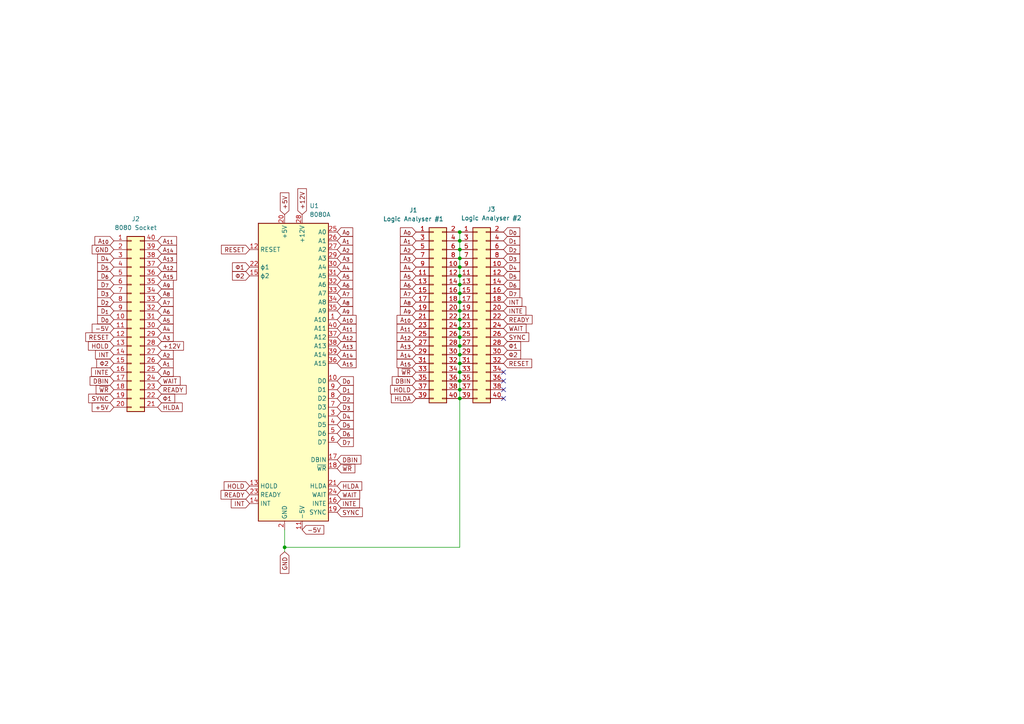
<source format=kicad_sch>
(kicad_sch (version 20250114) (generator "eeschema") (generator_version "9.0")
  (paper "A4")
  (title_block (title "8080 CPU Breakout Board for Logic Analysers") (date "26/SEPT/2025") (rev "A") (company "Brett Hallen") (comment 1 "www,youtube.com/@Brfff"))
  (lib_symbols
    (symbol "Connector_Generic:Conn_02x20_Counter_Clockwise" (pin_names (offset 1.016) (hide yes))
      (property "Reference" "J" (at 1.27 25.4 0))
      (property "Value" "Conn_02x20_Counter_Clockwise" (at 1.27 -27.94 0))
      (symbol "Conn_02x20_Counter_Clockwise_1_1"
        (rectangle (start -1.27 24.13) (end 3.81 -26.67) (stroke (width 0.254)) (fill (type background)))
        (rectangle (start -1.27 22.987) (end 0 22.733) (stroke (width 0.1524)))
        (rectangle (start -1.27 20.447) (end 0 20.193) (stroke (width 0.1524)))
        (rectangle (start -1.27 17.907) (end 0 17.653) (stroke (width 0.1524)))
        (rectangle (start -1.27 15.367) (end 0 15.113) (stroke (width 0.1524)))
        (rectangle (start -1.27 12.827) (end 0 12.573) (stroke (width 0.1524)))
        (rectangle (start -1.27 10.287) (end 0 10.033) (stroke (width 0.1524)))
        (rectangle (start -1.27 7.747) (end 0 7.493) (stroke (width 0.1524)))
        (rectangle (start -1.27 5.207) (end 0 4.953) (stroke (width 0.1524)))
        (rectangle (start -1.27 2.667) (end 0 2.413) (stroke (width 0.1524)))
        (rectangle (start -1.27 0.127) (end 0 -0.127) (stroke (width 0.1524)))
        (rectangle (start -1.27 -2.413) (end 0 -2.667) (stroke (width 0.1524)))
        (rectangle (start -1.27 -4.953) (end 0 -5.207) (stroke (width 0.1524)))
        (rectangle (start -1.27 -7.493) (end 0 -7.747) (stroke (width 0.1524)))
        (rectangle (start -1.27 -10.033) (end 0 -10.287) (stroke (width 0.1524)))
        (rectangle (start -1.27 -12.573) (end 0 -12.827) (stroke (width 0.1524)))
        (rectangle (start -1.27 -15.113) (end 0 -15.367) (stroke (width 0.1524)))
        (rectangle (start -1.27 -17.653) (end 0 -17.907) (stroke (width 0.1524)))
        (rectangle (start -1.27 -20.193) (end 0 -20.447) (stroke (width 0.1524)))
        (rectangle (start -1.27 -22.733) (end 0 -22.987) (stroke (width 0.1524)))
        (rectangle (start -1.27 -25.273) (end 0 -25.527) (stroke (width 0.1524)))
        (rectangle (start 3.81 22.987) (end 2.54 22.733) (stroke (width 0.1524)))
        (rectangle (start 3.81 20.447) (end 2.54 20.193) (stroke (width 0.1524)))
        (rectangle (start 3.81 17.907) (end 2.54 17.653) (stroke (width 0.1524)))
        (rectangle (start 3.81 15.367) (end 2.54 15.113) (stroke (width 0.1524)))
        (rectangle (start 3.81 12.827) (end 2.54 12.573) (stroke (width 0.1524)))
        (rectangle (start 3.81 10.287) (end 2.54 10.033) (stroke (width 0.1524)))
        (rectangle (start 3.81 7.747) (end 2.54 7.493) (stroke (width 0.1524)))
        (rectangle (start 3.81 5.207) (end 2.54 4.953) (stroke (width 0.1524)))
        (rectangle (start 3.81 2.667) (end 2.54 2.413) (stroke (width 0.1524)))
        (rectangle (start 3.81 0.127) (end 2.54 -0.127) (stroke (width 0.1524)))
        (rectangle (start 3.81 -2.413) (end 2.54 -2.667) (stroke (width 0.1524)))
        (rectangle (start 3.81 -4.953) (end 2.54 -5.207) (stroke (width 0.1524)))
        (rectangle (start 3.81 -7.493) (end 2.54 -7.747) (stroke (width 0.1524)))
        (rectangle (start 3.81 -10.033) (end 2.54 -10.287) (stroke (width 0.1524)))
        (rectangle (start 3.81 -12.573) (end 2.54 -12.827) (stroke (width 0.1524)))
        (rectangle (start 3.81 -15.113) (end 2.54 -15.367) (stroke (width 0.1524)))
        (rectangle (start 3.81 -17.653) (end 2.54 -17.907) (stroke (width 0.1524)))
        (rectangle (start 3.81 -20.193) (end 2.54 -20.447) (stroke (width 0.1524)))
        (rectangle (start 3.81 -22.733) (end 2.54 -22.987) (stroke (width 0.1524)))
        (rectangle (start 3.81 -25.273) (end 2.54 -25.527) (stroke (width 0.1524)))
        (pin passive line (at -5.08 22.86 0) (length 3.81) (name "Pin_1") (number "1"))
        (pin passive line (at -5.08 20.32 0) (length 3.81) (name "Pin_2") (number "2"))
        (pin passive line (at -5.08 17.78 0) (length 3.81) (name "Pin_3") (number "3"))
        (pin passive line (at -5.08 15.24 0) (length 3.81) (name "Pin_4") (number "4"))
        (pin passive line (at -5.08 12.7 0) (length 3.81) (name "Pin_5") (number "5"))
        (pin passive line (at -5.08 10.16 0) (length 3.81) (name "Pin_6") (number "6"))
        (pin passive line (at -5.08 7.62 0) (length 3.81) (name "Pin_7") (number "7"))
        (pin passive line (at -5.08 5.08 0) (length 3.81) (name "Pin_8") (number "8"))
        (pin passive line (at -5.08 2.54 0) (length 3.81) (name "Pin_9") (number "9"))
        (pin passive line (at -5.08 0 0) (length 3.81) (name "Pin_10") (number "10"))
        (pin passive line (at -5.08 -2.54 0) (length 3.81) (name "Pin_11") (number "11"))
        (pin passive line (at -5.08 -5.08 0) (length 3.81) (name "Pin_12") (number "12"))
        (pin passive line (at -5.08 -7.62 0) (length 3.81) (name "Pin_13") (number "13"))
        (pin passive line (at -5.08 -10.16 0) (length 3.81) (name "Pin_14") (number "14"))
        (pin passive line (at -5.08 -12.7 0) (length 3.81) (name "Pin_15") (number "15"))
        (pin passive line (at -5.08 -15.24 0) (length 3.81) (name "Pin_16") (number "16"))
        (pin passive line (at -5.08 -17.78 0) (length 3.81) (name "Pin_17") (number "17"))
        (pin passive line (at -5.08 -20.32 0) (length 3.81) (name "Pin_18") (number "18"))
        (pin passive line (at -5.08 -22.86 0) (length 3.81) (name "Pin_19") (number "19"))
        (pin passive line (at -5.08 -25.4 0) (length 3.81) (name "Pin_20") (number "20"))
        (pin passive line (at 7.62 22.86 180) (length 3.81) (name "Pin_40") (number "40"))
        (pin passive line (at 7.62 20.32 180) (length 3.81) (name "Pin_39") (number "39"))
        (pin passive line (at 7.62 17.78 180) (length 3.81) (name "Pin_38") (number "38"))
        (pin passive line (at 7.62 15.24 180) (length 3.81) (name "Pin_37") (number "37"))
        (pin passive line (at 7.62 12.7 180) (length 3.81) (name "Pin_36") (number "36"))
        (pin passive line (at 7.62 10.16 180) (length 3.81) (name "Pin_35") (number "35"))
        (pin passive line (at 7.62 7.62 180) (length 3.81) (name "Pin_34") (number "34"))
        (pin passive line (at 7.62 5.08 180) (length 3.81) (name "Pin_33") (number "33"))
        (pin passive line (at 7.62 2.54 180) (length 3.81) (name "Pin_32") (number "32"))
        (pin passive line (at 7.62 0 180) (length 3.81) (name "Pin_31") (number "31"))
        (pin passive line (at 7.62 -2.54 180) (length 3.81) (name "Pin_30") (number "30"))
        (pin passive line (at 7.62 -5.08 180) (length 3.81) (name "Pin_29") (number "29"))
        (pin passive line (at 7.62 -7.62 180) (length 3.81) (name "Pin_28") (number "28"))
        (pin passive line (at 7.62 -10.16 180) (length 3.81) (name "Pin_27") (number "27"))
        (pin passive line (at 7.62 -12.7 180) (length 3.81) (name "Pin_26") (number "26"))
        (pin passive line (at 7.62 -15.24 180) (length 3.81) (name "Pin_25") (number "25"))
        (pin passive line (at 7.62 -17.78 180) (length 3.81) (name "Pin_24") (number "24"))
        (pin passive line (at 7.62 -20.32 180) (length 3.81) (name "Pin_23") (number "23"))
        (pin passive line (at 7.62 -22.86 180) (length 3.81) (name "Pin_22") (number "22"))
        (pin passive line (at 7.62 -25.4 180) (length 3.81) (name "Pin_21") (number "21"))
      )
    )
    (symbol "Connector_Generic:Conn_02x20_Odd_Even" (pin_names (offset 1.016) (hide yes))
      (property "Reference" "J" (at 1.27 25.4 0))
      (property "Value" "Conn_02x20_Odd_Even" (at 1.27 -27.94 0))
      (symbol "Conn_02x20_Odd_Even_1_1"
        (rectangle (start -1.27 24.13) (end 3.81 -26.67) (stroke (width 0.254)) (fill (type background)))
        (rectangle (start -1.27 22.987) (end 0 22.733) (stroke (width 0.1524)))
        (rectangle (start -1.27 20.447) (end 0 20.193) (stroke (width 0.1524)))
        (rectangle (start -1.27 17.907) (end 0 17.653) (stroke (width 0.1524)))
        (rectangle (start -1.27 15.367) (end 0 15.113) (stroke (width 0.1524)))
        (rectangle (start -1.27 12.827) (end 0 12.573) (stroke (width 0.1524)))
        (rectangle (start -1.27 10.287) (end 0 10.033) (stroke (width 0.1524)))
        (rectangle (start -1.27 7.747) (end 0 7.493) (stroke (width 0.1524)))
        (rectangle (start -1.27 5.207) (end 0 4.953) (stroke (width 0.1524)))
        (rectangle (start -1.27 2.667) (end 0 2.413) (stroke (width 0.1524)))
        (rectangle (start -1.27 0.127) (end 0 -0.127) (stroke (width 0.1524)))
        (rectangle (start -1.27 -2.413) (end 0 -2.667) (stroke (width 0.1524)))
        (rectangle (start -1.27 -4.953) (end 0 -5.207) (stroke (width 0.1524)))
        (rectangle (start -1.27 -7.493) (end 0 -7.747) (stroke (width 0.1524)))
        (rectangle (start -1.27 -10.033) (end 0 -10.287) (stroke (width 0.1524)))
        (rectangle (start -1.27 -12.573) (end 0 -12.827) (stroke (width 0.1524)))
        (rectangle (start -1.27 -15.113) (end 0 -15.367) (stroke (width 0.1524)))
        (rectangle (start -1.27 -17.653) (end 0 -17.907) (stroke (width 0.1524)))
        (rectangle (start -1.27 -20.193) (end 0 -20.447) (stroke (width 0.1524)))
        (rectangle (start -1.27 -22.733) (end 0 -22.987) (stroke (width 0.1524)))
        (rectangle (start -1.27 -25.273) (end 0 -25.527) (stroke (width 0.1524)))
        (rectangle (start 3.81 22.987) (end 2.54 22.733) (stroke (width 0.1524)))
        (rectangle (start 3.81 20.447) (end 2.54 20.193) (stroke (width 0.1524)))
        (rectangle (start 3.81 17.907) (end 2.54 17.653) (stroke (width 0.1524)))
        (rectangle (start 3.81 15.367) (end 2.54 15.113) (stroke (width 0.1524)))
        (rectangle (start 3.81 12.827) (end 2.54 12.573) (stroke (width 0.1524)))
        (rectangle (start 3.81 10.287) (end 2.54 10.033) (stroke (width 0.1524)))
        (rectangle (start 3.81 7.747) (end 2.54 7.493) (stroke (width 0.1524)))
        (rectangle (start 3.81 5.207) (end 2.54 4.953) (stroke (width 0.1524)))
        (rectangle (start 3.81 2.667) (end 2.54 2.413) (stroke (width 0.1524)))
        (rectangle (start 3.81 0.127) (end 2.54 -0.127) (stroke (width 0.1524)))
        (rectangle (start 3.81 -2.413) (end 2.54 -2.667) (stroke (width 0.1524)))
        (rectangle (start 3.81 -4.953) (end 2.54 -5.207) (stroke (width 0.1524)))
        (rectangle (start 3.81 -7.493) (end 2.54 -7.747) (stroke (width 0.1524)))
        (rectangle (start 3.81 -10.033) (end 2.54 -10.287) (stroke (width 0.1524)))
        (rectangle (start 3.81 -12.573) (end 2.54 -12.827) (stroke (width 0.1524)))
        (rectangle (start 3.81 -15.113) (end 2.54 -15.367) (stroke (width 0.1524)))
        (rectangle (start 3.81 -17.653) (end 2.54 -17.907) (stroke (width 0.1524)))
        (rectangle (start 3.81 -20.193) (end 2.54 -20.447) (stroke (width 0.1524)))
        (rectangle (start 3.81 -22.733) (end 2.54 -22.987) (stroke (width 0.1524)))
        (rectangle (start 3.81 -25.273) (end 2.54 -25.527) (stroke (width 0.1524)))
        (pin passive line (at -5.08 22.86 0) (length 3.81) (name "Pin_1") (number "1"))
        (pin passive line (at -5.08 20.32 0) (length 3.81) (name "Pin_3") (number "3"))
        (pin passive line (at -5.08 17.78 0) (length 3.81) (name "Pin_5") (number "5"))
        (pin passive line (at -5.08 15.24 0) (length 3.81) (name "Pin_7") (number "7"))
        (pin passive line (at -5.08 12.7 0) (length 3.81) (name "Pin_9") (number "9"))
        (pin passive line (at -5.08 10.16 0) (length 3.81) (name "Pin_11") (number "11"))
        (pin passive line (at -5.08 7.62 0) (length 3.81) (name "Pin_13") (number "13"))
        (pin passive line (at -5.08 5.08 0) (length 3.81) (name "Pin_15") (number "15"))
        (pin passive line (at -5.08 2.54 0) (length 3.81) (name "Pin_17") (number "17"))
        (pin passive line (at -5.08 0 0) (length 3.81) (name "Pin_19") (number "19"))
        (pin passive line (at -5.08 -2.54 0) (length 3.81) (name "Pin_21") (number "21"))
        (pin passive line (at -5.08 -5.08 0) (length 3.81) (name "Pin_23") (number "23"))
        (pin passive line (at -5.08 -7.62 0) (length 3.81) (name "Pin_25") (number "25"))
        (pin passive line (at -5.08 -10.16 0) (length 3.81) (name "Pin_27") (number "27"))
        (pin passive line (at -5.08 -12.7 0) (length 3.81) (name "Pin_29") (number "29"))
        (pin passive line (at -5.08 -15.24 0) (length 3.81) (name "Pin_31") (number "31"))
        (pin passive line (at -5.08 -17.78 0) (length 3.81) (name "Pin_33") (number "33"))
        (pin passive line (at -5.08 -20.32 0) (length 3.81) (name "Pin_35") (number "35"))
        (pin passive line (at -5.08 -22.86 0) (length 3.81) (name "Pin_37") (number "37"))
        (pin passive line (at -5.08 -25.4 0) (length 3.81) (name "Pin_39") (number "39"))
        (pin passive line (at 7.62 22.86 180) (length 3.81) (name "Pin_2") (number "2"))
        (pin passive line (at 7.62 20.32 180) (length 3.81) (name "Pin_4") (number "4"))
        (pin passive line (at 7.62 17.78 180) (length 3.81) (name "Pin_6") (number "6"))
        (pin passive line (at 7.62 15.24 180) (length 3.81) (name "Pin_8") (number "8"))
        (pin passive line (at 7.62 12.7 180) (length 3.81) (name "Pin_10") (number "10"))
        (pin passive line (at 7.62 10.16 180) (length 3.81) (name "Pin_12") (number "12"))
        (pin passive line (at 7.62 7.62 180) (length 3.81) (name "Pin_14") (number "14"))
        (pin passive line (at 7.62 5.08 180) (length 3.81) (name "Pin_16") (number "16"))
        (pin passive line (at 7.62 2.54 180) (length 3.81) (name "Pin_18") (number "18"))
        (pin passive line (at 7.62 0 180) (length 3.81) (name "Pin_20") (number "20"))
        (pin passive line (at 7.62 -2.54 180) (length 3.81) (name "Pin_22") (number "22"))
        (pin passive line (at 7.62 -5.08 180) (length 3.81) (name "Pin_24") (number "24"))
        (pin passive line (at 7.62 -7.62 180) (length 3.81) (name "Pin_26") (number "26"))
        (pin passive line (at 7.62 -10.16 180) (length 3.81) (name "Pin_28") (number "28"))
        (pin passive line (at 7.62 -12.7 180) (length 3.81) (name "Pin_30") (number "30"))
        (pin passive line (at 7.62 -15.24 180) (length 3.81) (name "Pin_32") (number "32"))
        (pin passive line (at 7.62 -17.78 180) (length 3.81) (name "Pin_34") (number "34"))
        (pin passive line (at 7.62 -20.32 180) (length 3.81) (name "Pin_36") (number "36"))
        (pin passive line (at 7.62 -22.86 180) (length 3.81) (name "Pin_38") (number "38"))
        (pin passive line (at 7.62 -25.4 180) (length 3.81) (name "Pin_40") (number "40"))
      )
    )
    (symbol "MCU_Intel:8080A"
      (property "Reference" "U" (at -7.62 44.45 0))
      (property "Value" "8080A" (at 7.62 44.45 0))
      (symbol "8080A_0_1"
        (rectangle (start -10.16 43.18) (end 10.16 -43.18) (stroke (width 0.254)) (fill (type background)))
      )
      (symbol "8080A_1_1"
        (pin input line (at -12.7 35.56 0) (length 2.54) (name "RESET") (number "12"))
        (pin input line (at -12.7 30.48 0) (length 2.54) (name "ϕ1") (number "22"))
        (pin input line (at -12.7 27.94 0) (length 2.54) (name "ϕ2") (number "15"))
        (pin input line (at -12.7 -33.02 0) (length 2.54) (name "HOLD") (number "13"))
        (pin input line (at -12.7 -35.56 0) (length 2.54) (name "READY") (number "23"))
        (pin input line (at -12.7 -38.1 0) (length 2.54) (name "INT") (number "14"))
        (pin power_in line (at -2.54 45.72 270) (length 2.54) (name "+5V") (number "20"))
        (pin power_in line (at -2.54 -45.72 90) (length 2.54) (name "GND") (number "2"))
        (pin power_in line (at 2.54 45.72 270) (length 2.54) (name "+12V") (number "28"))
        (pin power_in line (at 2.54 -45.72 90) (length 2.54) (name "-5V") (number "11"))
        (pin output line (at 12.7 40.64 180) (length 2.54) (name "A0") (number "25"))
        (pin output line (at 12.7 38.1 180) (length 2.54) (name "A1") (number "26"))
        (pin output line (at 12.7 35.56 180) (length 2.54) (name "A2") (number "27"))
        (pin output line (at 12.7 33.02 180) (length 2.54) (name "A3") (number "29"))
        (pin output line (at 12.7 30.48 180) (length 2.54) (name "A4") (number "30"))
        (pin output line (at 12.7 27.94 180) (length 2.54) (name "A5") (number "31"))
        (pin output line (at 12.7 25.4 180) (length 2.54) (name "A6") (number "32"))
        (pin output line (at 12.7 22.86 180) (length 2.54) (name "A7") (number "33"))
        (pin output line (at 12.7 20.32 180) (length 2.54) (name "A8") (number "34"))
        (pin output line (at 12.7 17.78 180) (length 2.54) (name "A9") (number "35"))
        (pin output line (at 12.7 15.24 180) (length 2.54) (name "A10") (number "1"))
        (pin output line (at 12.7 12.7 180) (length 2.54) (name "A11") (number "40"))
        (pin output line (at 12.7 10.16 180) (length 2.54) (name "A12") (number "37"))
        (pin output line (at 12.7 7.62 180) (length 2.54) (name "A13") (number "38"))
        (pin output line (at 12.7 5.08 180) (length 2.54) (name "A14") (number "39"))
        (pin output line (at 12.7 2.54 180) (length 2.54) (name "A15") (number "36"))
        (pin bidirectional line (at 12.7 -2.54 180) (length 2.54) (name "D0") (number "10"))
        (pin bidirectional line (at 12.7 -5.08 180) (length 2.54) (name "D1") (number "9"))
        (pin bidirectional line (at 12.7 -7.62 180) (length 2.54) (name "D2") (number "8"))
        (pin bidirectional line (at 12.7 -10.16 180) (length 2.54) (name "D3") (number "7"))
        (pin bidirectional line (at 12.7 -12.7 180) (length 2.54) (name "D4") (number "3"))
        (pin bidirectional line (at 12.7 -15.24 180) (length 2.54) (name "D5") (number "4"))
        (pin bidirectional line (at 12.7 -17.78 180) (length 2.54) (name "D6") (number "5"))
        (pin bidirectional line (at 12.7 -20.32 180) (length 2.54) (name "D7") (number "6"))
        (pin output line (at 12.7 -25.4 180) (length 2.54) (name "DBIN") (number "17"))
        (pin output line (at 12.7 -27.94 180) (length 2.54) (name "~{WR}") (number "18"))
        (pin output line (at 12.7 -33.02 180) (length 2.54) (name "HLDA") (number "21"))
        (pin output line (at 12.7 -35.56 180) (length 2.54) (name "WAIT") (number "24"))
        (pin output line (at 12.7 -38.1 180) (length 2.54) (name "INTE") (number "16"))
        (pin output line (at 12.7 -40.64 180) (length 2.54) (name "SYNC") (number "19"))
      )
    )
  )
  (junction (at 133.35 113.03))
  (junction (at 133.35 67.31))
  (junction (at 133.35 72.39))
  (junction (at 133.35 69.85))
  (junction (at 133.35 92.71))
  (junction (at 133.35 97.79))
  (junction (at 133.35 82.55))
  (junction (at 133.35 107.95))
  (junction (at 133.35 102.87))
  (junction (at 133.35 87.63))
  (junction (at 133.35 95.25))
  (junction (at 133.35 90.17))
  (junction (at 133.35 80.01))
  (junction (at 82.55 158.75))
  (junction (at 133.35 77.47))
  (junction (at 133.35 74.93))
  (junction (at 133.35 115.57))
  (junction (at 133.35 85.09))
  (junction (at 133.35 100.33))
  (junction (at 133.35 110.49))
  (junction (at 133.35 105.41))
  (no_connect (at 146.05 107.95))
  (no_connect (at 146.05 113.03))
  (no_connect (at 146.05 115.57))
  (no_connect (at 146.05 110.49))
  (wire (pts (xy 133.35 102.87) (xy 133.35 100.33)))
  (wire (pts (xy 133.35 90.17) (xy 133.35 87.63)))
  (wire (pts (xy 133.35 72.39) (xy 133.35 69.85)))
  (wire (pts (xy 82.55 158.75) (xy 133.35 158.75)))
  (wire (pts (xy 133.35 95.25) (xy 133.35 92.71)))
  (wire (pts (xy 133.35 74.93) (xy 133.35 72.39)))
  (wire (pts (xy 133.35 115.57) (xy 133.35 113.03)))
  (wire (pts (xy 82.55 160.02) (xy 82.55 158.75)))
  (wire (pts (xy 133.35 105.41) (xy 133.35 102.87)))
  (wire (pts (xy 133.35 85.09) (xy 133.35 82.55)))
  (wire (pts (xy 133.35 113.03) (xy 133.35 110.49)))
  (wire (pts (xy 133.35 100.33) (xy 133.35 97.79)))
  (wire (pts (xy 133.35 80.01) (xy 133.35 77.47)))
  (wire (pts (xy 133.35 87.63) (xy 133.35 85.09)))
  (wire (pts (xy 133.35 77.47) (xy 133.35 74.93)))
  (wire (pts (xy 82.55 158.75) (xy 82.55 153.67)))
  (wire (pts (xy 133.35 92.71) (xy 133.35 90.17)))
  (wire (pts (xy 133.35 97.79) (xy 133.35 95.25)))
  (wire (pts (xy 133.35 115.57) (xy 133.35 158.75)))
  (wire (pts (xy 133.35 82.55) (xy 133.35 80.01)))
  (wire (pts (xy 133.35 69.85) (xy 133.35 67.31)))
  (wire (pts (xy 133.35 107.95) (xy 133.35 105.41)))
  (wire (pts (xy 133.35 110.49) (xy 133.35 107.95)))
  (global_label "READY" (shape input) (at 45.72 113.03 0) (property "Intersheetrefs" "${INTERSHEET_REFS}" (effects (hide yes))))
  (global_label "A_{12}" (shape input) (at 97.79 97.79 0) (property "Intersheetrefs" "${INTERSHEET_REFS}" (effects (hide yes))))
  (global_label "Φ1" (shape input) (at 72.39 77.47 180) (property "Intersheetrefs" "${INTERSHEET_REFS}" (effects (hide yes))))
  (global_label "RESET" (shape input) (at 33.02 97.79 180) (property "Intersheetrefs" "${INTERSHEET_REFS}" (effects (hide yes))))
  (global_label "A_{10}" (shape input) (at 97.79 92.71 0) (property "Intersheetrefs" "${INTERSHEET_REFS}" (effects (hide yes))))
  (global_label "-5V" (shape input) (at 33.02 95.25 180) (property "Intersheetrefs" "${INTERSHEET_REFS}" (effects (hide yes))))
  (global_label "D_{4}" (shape input) (at 97.79 120.65 0) (property "Intersheetrefs" "${INTERSHEET_REFS}" (effects (hide yes))))
  (global_label "A_{5}" (shape input) (at 97.79 80.01 0) (property "Intersheetrefs" "${INTERSHEET_REFS}" (effects (hide yes))))
  (global_label "A_{15}" (shape input) (at 120.65 105.41 180) (property "Intersheetrefs" "${INTERSHEET_REFS}" (effects (hide yes))))
  (global_label "A_{10}" (shape input) (at 120.65 92.71 180) (property "Intersheetrefs" "${INTERSHEET_REFS}" (effects (hide yes))))
  (global_label "A_{8}" (shape input) (at 120.65 87.63 180) (property "Intersheetrefs" "${INTERSHEET_REFS}" (effects (hide yes))))
  (global_label "D_{2}" (shape input) (at 146.05 72.39 0) (property "Intersheetrefs" "${INTERSHEET_REFS}" (effects (hide yes))))
  (global_label "A_{6}" (shape input) (at 45.72 90.17 0) (property "Intersheetrefs" "${INTERSHEET_REFS}" (effects (hide yes))))
  (global_label "A_{15}" (shape input) (at 45.72 80.01 0) (property "Intersheetrefs" "${INTERSHEET_REFS}" (effects (hide yes))))
  (global_label "A_{13}" (shape input) (at 45.72 74.93 0) (property "Intersheetrefs" "${INTERSHEET_REFS}" (effects (hide yes))))
  (global_label "A_{1}" (shape input) (at 120.65 69.85 180) (property "Intersheetrefs" "${INTERSHEET_REFS}" (effects (hide yes))))
  (global_label "INT" (shape input) (at 33.02 102.87 180) (property "Intersheetrefs" "${INTERSHEET_REFS}" (effects (hide yes))))
  (global_label "A_{8}" (shape input) (at 97.79 87.63 0) (property "Intersheetrefs" "${INTERSHEET_REFS}" (effects (hide yes))))
  (global_label "D_{6}" (shape input) (at 146.05 82.55 0) (property "Intersheetrefs" "${INTERSHEET_REFS}" (effects (hide yes))))
  (global_label "D_{2}" (shape input) (at 33.02 87.63 180) (property "Intersheetrefs" "${INTERSHEET_REFS}" (effects (hide yes))))
  (global_label "A_{10}" (shape input) (at 33.02 69.85 180) (property "Intersheetrefs" "${INTERSHEET_REFS}" (effects (hide yes))))
  (global_label "Φ1" (shape input) (at 45.72 115.57 0) (property "Intersheetrefs" "${INTERSHEET_REFS}" (effects (hide yes))))
  (global_label "A_{3}" (shape input) (at 45.72 97.79 0) (property "Intersheetrefs" "${INTERSHEET_REFS}" (effects (hide yes))))
  (global_label "Φ2" (shape input) (at 33.02 105.41 180) (property "Intersheetrefs" "${INTERSHEET_REFS}" (effects (hide yes))))
  (global_label "A_{3}" (shape input) (at 97.79 74.93 0) (property "Intersheetrefs" "${INTERSHEET_REFS}" (effects (hide yes))))
  (global_label "A_{5}" (shape input) (at 120.65 80.01 180) (property "Intersheetrefs" "${INTERSHEET_REFS}" (effects (hide yes))))
  (global_label "~{WR}" (shape input) (at 33.02 113.03 180) (property "Intersheetrefs" "${INTERSHEET_REFS}" (effects (hide yes))))
  (global_label "A_{6}" (shape input) (at 97.79 82.55 0) (property "Intersheetrefs" "${INTERSHEET_REFS}" (effects (hide yes))))
  (global_label "D_{4}" (shape input) (at 146.05 77.47 0) (property "Intersheetrefs" "${INTERSHEET_REFS}" (effects (hide yes))))
  (global_label "WAIT" (shape input) (at 45.72 110.49 0) (property "Intersheetrefs" "${INTERSHEET_REFS}" (effects (hide yes))))
  (global_label "RESET" (shape input) (at 146.05 105.41 0) (property "Intersheetrefs" "${INTERSHEET_REFS}" (effects (hide yes))))
  (global_label "HLDA" (shape input) (at 45.72 118.11 0) (property "Intersheetrefs" "${INTERSHEET_REFS}" (effects (hide yes))))
  (global_label "D_{1}" (shape input) (at 97.79 113.03 0) (property "Intersheetrefs" "${INTERSHEET_REFS}" (effects (hide yes))))
  (global_label "D_{7}" (shape input) (at 33.02 82.55 180) (property "Intersheetrefs" "${INTERSHEET_REFS}" (effects (hide yes))))
  (global_label "D_{6}" (shape input) (at 33.02 80.01 180) (property "Intersheetrefs" "${INTERSHEET_REFS}" (effects (hide yes))))
  (global_label "A_{2}" (shape input) (at 45.72 102.87 0) (property "Intersheetrefs" "${INTERSHEET_REFS}" (effects (hide yes))))
  (global_label "-5V" (shape input) (at 87.63 153.67 0) (property "Intersheetrefs" "${INTERSHEET_REFS}" (effects (hide yes))))
  (global_label "~{WR}" (shape input) (at 120.65 107.95 180) (property "Intersheetrefs" "${INTERSHEET_REFS}" (effects (hide yes))))
  (global_label "READY" (shape input) (at 72.39 143.51 180) (property "Intersheetrefs" "${INTERSHEET_REFS}" (effects (hide yes))))
  (global_label "HOLD" (shape input) (at 120.65 113.03 180) (property "Intersheetrefs" "${INTERSHEET_REFS}" (effects (hide yes))))
  (global_label "SYNC" (shape input) (at 146.05 97.79 0) (property "Intersheetrefs" "${INTERSHEET_REFS}" (effects (hide yes))))
  (global_label "A_{12}" (shape input) (at 120.65 97.79 180) (property "Intersheetrefs" "${INTERSHEET_REFS}" (effects (hide yes))))
  (global_label "A_{3}" (shape input) (at 120.65 74.93 180) (property "Intersheetrefs" "${INTERSHEET_REFS}" (effects (hide yes))))
  (global_label "A_{6}" (shape input) (at 120.65 82.55 180) (property "Intersheetrefs" "${INTERSHEET_REFS}" (effects (hide yes))))
  (global_label "D_{5}" (shape input) (at 33.02 77.47 180) (property "Intersheetrefs" "${INTERSHEET_REFS}" (effects (hide yes))))
  (global_label "D_{4}" (shape input) (at 33.02 74.93 180) (property "Intersheetrefs" "${INTERSHEET_REFS}" (effects (hide yes))))
  (global_label "D_{0}" (shape input) (at 33.02 92.71 180) (property "Intersheetrefs" "${INTERSHEET_REFS}" (effects (hide yes))))
  (global_label "SYNC" (shape input) (at 33.02 115.57 180) (property "Intersheetrefs" "${INTERSHEET_REFS}" (effects (hide yes))))
  (global_label "A_{5}" (shape input) (at 45.72 92.71 0) (property "Intersheetrefs" "${INTERSHEET_REFS}" (effects (hide yes))))
  (global_label "A_{4}" (shape input) (at 45.72 95.25 0) (property "Intersheetrefs" "${INTERSHEET_REFS}" (effects (hide yes))))
  (global_label "A_{4}" (shape input) (at 120.65 77.47 180) (property "Intersheetrefs" "${INTERSHEET_REFS}" (effects (hide yes))))
  (global_label "GND" (shape input) (at 33.02 72.39 180) (property "Intersheetrefs" "${INTERSHEET_REFS}" (effects (hide yes))))
  (global_label "Φ2" (shape input) (at 146.05 102.87 0) (property "Intersheetrefs" "${INTERSHEET_REFS}" (effects (hide yes))))
  (global_label "INT" (shape input) (at 146.05 87.63 0) (property "Intersheetrefs" "${INTERSHEET_REFS}" (effects (hide yes))))
  (global_label "A_{8}" (shape input) (at 45.72 85.09 0) (property "Intersheetrefs" "${INTERSHEET_REFS}" (effects (hide yes))))
  (global_label "D_{3}" (shape input) (at 97.79 118.11 0) (property "Intersheetrefs" "${INTERSHEET_REFS}" (effects (hide yes))))
  (global_label "+12V" (shape input) (at 87.63 62.23 90) (property "Intersheetrefs" "${INTERSHEET_REFS}" (effects (hide yes))))
  (global_label "A_{15}" (shape input) (at 97.79 105.41 0) (property "Intersheetrefs" "${INTERSHEET_REFS}" (effects (hide yes))))
  (global_label "A_{7}" (shape input) (at 45.72 87.63 0) (property "Intersheetrefs" "${INTERSHEET_REFS}" (effects (hide yes))))
  (global_label "+5V" (shape input) (at 82.55 62.23 90) (property "Intersheetrefs" "${INTERSHEET_REFS}" (effects (hide yes))))
  (global_label "D_{5}" (shape input) (at 146.05 80.01 0) (property "Intersheetrefs" "${INTERSHEET_REFS}" (effects (hide yes))))
  (global_label "A_{14}" (shape input) (at 97.79 102.87 0) (property "Intersheetrefs" "${INTERSHEET_REFS}" (effects (hide yes))))
  (global_label "A_{7}" (shape input) (at 120.65 85.09 180) (property "Intersheetrefs" "${INTERSHEET_REFS}" (effects (hide yes))))
  (global_label "D_{0}" (shape input) (at 97.79 110.49 0) (property "Intersheetrefs" "${INTERSHEET_REFS}" (effects (hide yes))))
  (global_label "GND" (shape input) (at 82.55 160.02 270) (property "Intersheetrefs" "${INTERSHEET_REFS}" (effects (hide yes))))
  (global_label "A_{9}" (shape input) (at 120.65 90.17 180) (property "Intersheetrefs" "${INTERSHEET_REFS}" (effects (hide yes))))
  (global_label "A_{9}" (shape input) (at 45.72 82.55 0) (property "Intersheetrefs" "${INTERSHEET_REFS}" (effects (hide yes))))
  (global_label "D_{1}" (shape input) (at 146.05 69.85 0) (property "Intersheetrefs" "${INTERSHEET_REFS}" (effects (hide yes))))
  (global_label "A_{12}" (shape input) (at 45.72 77.47 0) (property "Intersheetrefs" "${INTERSHEET_REFS}" (effects (hide yes))))
  (global_label "D_{2}" (shape input) (at 97.79 115.57 0) (property "Intersheetrefs" "${INTERSHEET_REFS}" (effects (hide yes))))
  (global_label "A_{11}" (shape input) (at 120.65 95.25 180) (property "Intersheetrefs" "${INTERSHEET_REFS}" (effects (hide yes))))
  (global_label "+12V" (shape input) (at 45.72 100.33 0) (property "Intersheetrefs" "${INTERSHEET_REFS}" (effects (hide yes))))
  (global_label "INTE" (shape input) (at 33.02 107.95 180) (property "Intersheetrefs" "${INTERSHEET_REFS}" (effects (hide yes))))
  (global_label "+5V" (shape input) (at 33.02 118.11 180) (property "Intersheetrefs" "${INTERSHEET_REFS}" (effects (hide yes))))
  (global_label "~{WR}" (shape input) (at 97.79 135.89 0) (property "Intersheetrefs" "${INTERSHEET_REFS}" (effects (hide yes))))
  (global_label "Φ2" (shape input) (at 72.39 80.01 180) (property "Intersheetrefs" "${INTERSHEET_REFS}" (effects (hide yes))))
  (global_label "READY" (shape input) (at 146.05 92.71 0) (property "Intersheetrefs" "${INTERSHEET_REFS}" (effects (hide yes))))
  (global_label "A_{14}" (shape input) (at 120.65 102.87 180) (property "Intersheetrefs" "${INTERSHEET_REFS}" (effects (hide yes))))
  (global_label "A_{11}" (shape input) (at 45.72 69.85 0) (property "Intersheetrefs" "${INTERSHEET_REFS}" (effects (hide yes))))
  (global_label "Φ1" (shape input) (at 146.05 100.33 0) (property "Intersheetrefs" "${INTERSHEET_REFS}" (effects (hide yes))))
  (global_label "A_{7}" (shape input) (at 97.79 85.09 0) (property "Intersheetrefs" "${INTERSHEET_REFS}" (effects (hide yes))))
  (global_label "D_{6}" (shape input) (at 97.79 125.73 0) (property "Intersheetrefs" "${INTERSHEET_REFS}" (effects (hide yes))))
  (global_label "A_{9}" (shape input) (at 97.79 90.17 0) (property "Intersheetrefs" "${INTERSHEET_REFS}" (effects (hide yes))))
  (global_label "A_{13}" (shape input) (at 97.79 100.33 0) (property "Intersheetrefs" "${INTERSHEET_REFS}" (effects (hide yes))))
  (global_label "RESET" (shape input) (at 72.39 72.39 180) (property "Intersheetrefs" "${INTERSHEET_REFS}" (effects (hide yes))))
  (global_label "WAIT" (shape input) (at 97.79 143.51 0) (property "Intersheetrefs" "${INTERSHEET_REFS}" (effects (hide yes))))
  (global_label "DBIN" (shape input) (at 97.79 133.35 0) (property "Intersheetrefs" "${INTERSHEET_REFS}" (effects (hide yes))))
  (global_label "HLDA" (shape input) (at 97.79 140.97 0) (property "Intersheetrefs" "${INTERSHEET_REFS}" (effects (hide yes))))
  (global_label "INT" (shape input) (at 72.39 146.05 180) (property "Intersheetrefs" "${INTERSHEET_REFS}" (effects (hide yes))))
  (global_label "HOLD" (shape input) (at 72.39 140.97 180) (property "Intersheetrefs" "${INTERSHEET_REFS}" (effects (hide yes))))
  (global_label "SYNC" (shape input) (at 97.79 148.59 0) (property "Intersheetrefs" "${INTERSHEET_REFS}" (effects (hide yes))))
  (global_label "INTE" (shape input) (at 97.79 146.05 0) (property "Intersheetrefs" "${INTERSHEET_REFS}" (effects (hide yes))))
  (global_label "A_{2}" (shape input) (at 97.79 72.39 0) (property "Intersheetrefs" "${INTERSHEET_REFS}" (effects (hide yes))))
  (global_label "DBIN" (shape input) (at 120.65 110.49 180) (property "Intersheetrefs" "${INTERSHEET_REFS}" (effects (hide yes))))
  (global_label "D_{5}" (shape input) (at 97.79 123.19 0) (property "Intersheetrefs" "${INTERSHEET_REFS}" (effects (hide yes))))
  (global_label "D_{0}" (shape input) (at 146.05 67.31 0) (property "Intersheetrefs" "${INTERSHEET_REFS}" (effects (hide yes))))
  (global_label "A_{11}" (shape input) (at 97.79 95.25 0) (property "Intersheetrefs" "${INTERSHEET_REFS}" (effects (hide yes))))
  (global_label "D_{3}" (shape input) (at 146.05 74.93 0) (property "Intersheetrefs" "${INTERSHEET_REFS}" (effects (hide yes))))
  (global_label "A_{0}" (shape input) (at 45.72 107.95 0) (property "Intersheetrefs" "${INTERSHEET_REFS}" (effects (hide yes))))
  (global_label "A_{4}" (shape input) (at 97.79 77.47 0) (property "Intersheetrefs" "${INTERSHEET_REFS}" (effects (hide yes))))
  (global_label "A_{13}" (shape input) (at 120.65 100.33 180) (property "Intersheetrefs" "${INTERSHEET_REFS}" (effects (hide yes))))
  (global_label "DBIN" (shape input) (at 33.02 110.49 180) (property "Intersheetrefs" "${INTERSHEET_REFS}" (effects (hide yes))))
  (global_label "INTE" (shape input) (at 146.05 90.17 0) (property "Intersheetrefs" "${INTERSHEET_REFS}" (effects (hide yes))))
  (global_label "A_{1}" (shape input) (at 97.79 69.85 0) (property "Intersheetrefs" "${INTERSHEET_REFS}" (effects (hide yes))))
  (global_label "A_{0}" (shape input) (at 97.79 67.31 0) (property "Intersheetrefs" "${INTERSHEET_REFS}" (effects (hide yes))))
  (global_label "A_{14}" (shape input) (at 45.72 72.39 0) (property "Intersheetrefs" "${INTERSHEET_REFS}" (effects (hide yes))))
  (global_label "D_{7}" (shape input) (at 146.05 85.09 0) (property "Intersheetrefs" "${INTERSHEET_REFS}" (effects (hide yes))))
  (global_label "D_{7}" (shape input) (at 97.79 128.27 0) (property "Intersheetrefs" "${INTERSHEET_REFS}" (effects (hide yes))))
  (global_label "A_{0}" (shape input) (at 120.65 67.31 180) (property "Intersheetrefs" "${INTERSHEET_REFS}" (effects (hide yes))))
  (global_label "HLDA" (shape input) (at 120.65 115.57 180) (property "Intersheetrefs" "${INTERSHEET_REFS}" (effects (hide yes))))
  (global_label "A_{2}" (shape input) (at 120.65 72.39 180) (property "Intersheetrefs" "${INTERSHEET_REFS}" (effects (hide yes))))
  (global_label "D_{3}" (shape input) (at 33.02 85.09 180) (property "Intersheetrefs" "${INTERSHEET_REFS}" (effects (hide yes))))
  (global_label "HOLD" (shape input) (at 33.02 100.33 180) (property "Intersheetrefs" "${INTERSHEET_REFS}" (effects (hide yes))))
  (global_label "D_{1}" (shape input) (at 33.02 90.17 180) (property "Intersheetrefs" "${INTERSHEET_REFS}" (effects (hide yes))))
  (global_label "A_{1}" (shape input) (at 45.72 105.41 0) (property "Intersheetrefs" "${INTERSHEET_REFS}" (effects (hide yes))))
  (global_label "WAIT" (shape input) (at 146.05 95.25 0) (property "Intersheetrefs" "${INTERSHEET_REFS}" (effects (hide yes))))
  (symbol (lib_id "Connector_Generic:Conn_02x20_Counter_Clockwise") (at 38.1 92.71 0) (unit 1)
    (property "Reference" "J2" (at 39.37 63.5 0))
    (property "Value" "8080 Socket" (at 39.37 66.04 0))
    (property "Footprint" "Package_DIP:DIP-40_W15.24mm" (effects (hide yes)))
    (property "Description" "Generic connector, double row, 02x20, counter clockwise pin numbering scheme (similar to DIP package numbering), script generated (kicad-library-utils/schlib/autogen/connector/)" (effects (hide yes)))
  )
  (symbol (lib_id "MCU_Intel:8080A") (at 85.09 107.95 0) (unit 1)
    (property "Reference" "U1" (at 89.7733 59.69 0) (effects (justify left)))
    (property "Value" "8080A" (at 89.7733 62.23 0) (effects (justify left)))
    (property "Footprint" "Package_DIP:DIP-40_W15.24mm" (effects (hide yes)))
    (property "Datasheet" "http://datasheets.chipdb.org/Intel/MCS-80/intel-8080.pdf" (effects (hide yes)))
    (property "Description" "8-bit N-channel Microprocessor, DIP-40" (effects (hide yes)))
  )
  (symbol (lib_id "Connector_Generic:Conn_02x20_Odd_Even") (at 125.73 90.17 0) (unit 1)
    (property "Reference" "J1" (at 119.888 60.96 0))
    (property "Value" "Logic Analyser #1" (at 119.888 63.5 0))
    (property "Footprint" "Connector_PinHeader_2.54mm:PinHeader_2x20_P2.54mm_Vertical" (effects (hide yes)))
    (property "Description" "Generic connector, double row, 02x20, odd/even pin numbering scheme (row 1 odd numbers, row 2 even numbers), script generated (kicad-library-utils/schlib/autogen/connector/)" (effects (hide yes)))
  )
  (symbol (lib_id "Connector_Generic:Conn_02x20_Odd_Even") (at 138.43 90.17 0) (unit 1)
    (property "Reference" "J3" (at 142.494 60.706 0))
    (property "Value" "Logic Analyser #2" (at 142.494 63.246 0))
    (property "Footprint" "Connector_PinHeader_2.54mm:PinHeader_2x20_P2.54mm_Vertical" (effects (hide yes)))
    (property "Description" "Generic connector, double row, 02x20, odd/even pin numbering scheme (row 1 odd numbers, row 2 even numbers), script generated (kicad-library-utils/schlib/autogen/connector/)" (effects (hide yes)))
  )
)
</source>
